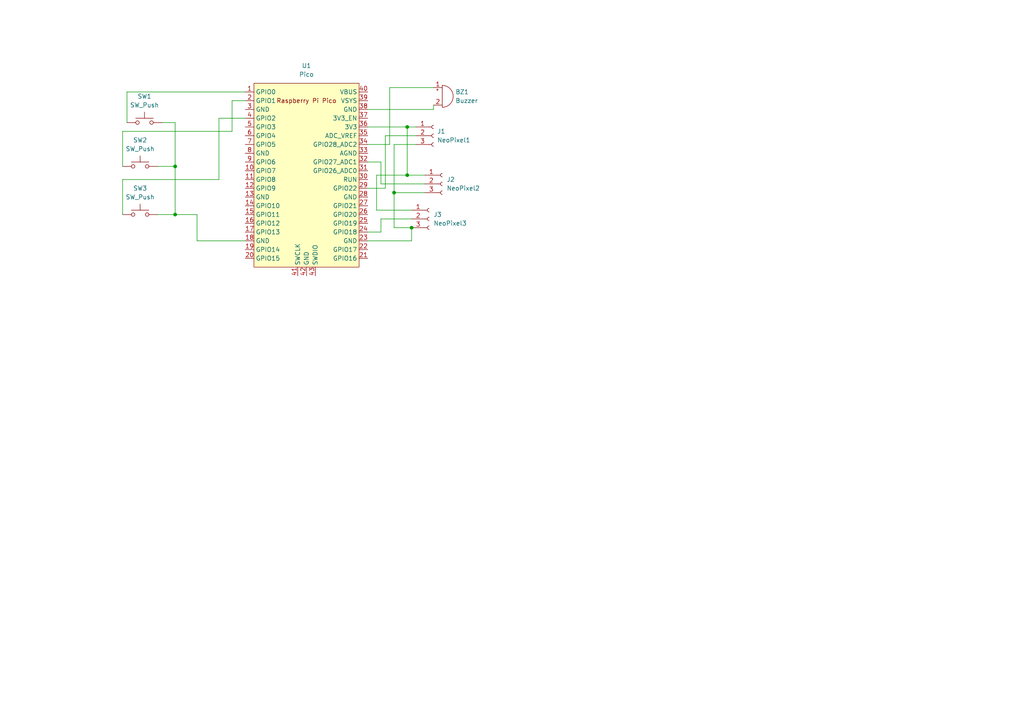
<source format=kicad_sch>
(kicad_sch (version 20211123) (generator eeschema)

  (uuid 7f6aa982-a394-4648-9bd5-ca41939a0814)

  (paper "A4")

  (lib_symbols
    (symbol "Connector:Conn_01x03_Female" (pin_names (offset 1.016) hide) (in_bom yes) (on_board yes)
      (property "Reference" "J" (id 0) (at 0 5.08 0)
        (effects (font (size 1.27 1.27)))
      )
      (property "Value" "Conn_01x03_Female" (id 1) (at 0 -5.08 0)
        (effects (font (size 1.27 1.27)))
      )
      (property "Footprint" "" (id 2) (at 0 0 0)
        (effects (font (size 1.27 1.27)) hide)
      )
      (property "Datasheet" "~" (id 3) (at 0 0 0)
        (effects (font (size 1.27 1.27)) hide)
      )
      (property "ki_keywords" "connector" (id 4) (at 0 0 0)
        (effects (font (size 1.27 1.27)) hide)
      )
      (property "ki_description" "Generic connector, single row, 01x03, script generated (kicad-library-utils/schlib/autogen/connector/)" (id 5) (at 0 0 0)
        (effects (font (size 1.27 1.27)) hide)
      )
      (property "ki_fp_filters" "Connector*:*_1x??_*" (id 6) (at 0 0 0)
        (effects (font (size 1.27 1.27)) hide)
      )
      (symbol "Conn_01x03_Female_1_1"
        (arc (start 0 -2.032) (mid -0.508 -2.54) (end 0 -3.048)
          (stroke (width 0.1524) (type default) (color 0 0 0 0))
          (fill (type none))
        )
        (polyline
          (pts
            (xy -1.27 -2.54)
            (xy -0.508 -2.54)
          )
          (stroke (width 0.1524) (type default) (color 0 0 0 0))
          (fill (type none))
        )
        (polyline
          (pts
            (xy -1.27 0)
            (xy -0.508 0)
          )
          (stroke (width 0.1524) (type default) (color 0 0 0 0))
          (fill (type none))
        )
        (polyline
          (pts
            (xy -1.27 2.54)
            (xy -0.508 2.54)
          )
          (stroke (width 0.1524) (type default) (color 0 0 0 0))
          (fill (type none))
        )
        (arc (start 0 0.508) (mid -0.508 0) (end 0 -0.508)
          (stroke (width 0.1524) (type default) (color 0 0 0 0))
          (fill (type none))
        )
        (arc (start 0 3.048) (mid -0.508 2.54) (end 0 2.032)
          (stroke (width 0.1524) (type default) (color 0 0 0 0))
          (fill (type none))
        )
        (pin passive line (at -5.08 2.54 0) (length 3.81)
          (name "Pin_1" (effects (font (size 1.27 1.27))))
          (number "1" (effects (font (size 1.27 1.27))))
        )
        (pin passive line (at -5.08 0 0) (length 3.81)
          (name "Pin_2" (effects (font (size 1.27 1.27))))
          (number "2" (effects (font (size 1.27 1.27))))
        )
        (pin passive line (at -5.08 -2.54 0) (length 3.81)
          (name "Pin_3" (effects (font (size 1.27 1.27))))
          (number "3" (effects (font (size 1.27 1.27))))
        )
      )
    )
    (symbol "Device:Buzzer" (pin_names (offset 0.0254) hide) (in_bom yes) (on_board yes)
      (property "Reference" "BZ" (id 0) (at 3.81 1.27 0)
        (effects (font (size 1.27 1.27)) (justify left))
      )
      (property "Value" "Buzzer" (id 1) (at 3.81 -1.27 0)
        (effects (font (size 1.27 1.27)) (justify left))
      )
      (property "Footprint" "" (id 2) (at -0.635 2.54 90)
        (effects (font (size 1.27 1.27)) hide)
      )
      (property "Datasheet" "~" (id 3) (at -0.635 2.54 90)
        (effects (font (size 1.27 1.27)) hide)
      )
      (property "ki_keywords" "quartz resonator ceramic" (id 4) (at 0 0 0)
        (effects (font (size 1.27 1.27)) hide)
      )
      (property "ki_description" "Buzzer, polarized" (id 5) (at 0 0 0)
        (effects (font (size 1.27 1.27)) hide)
      )
      (property "ki_fp_filters" "*Buzzer*" (id 6) (at 0 0 0)
        (effects (font (size 1.27 1.27)) hide)
      )
      (symbol "Buzzer_0_1"
        (arc (start 0 -3.175) (mid 3.175 0) (end 0 3.175)
          (stroke (width 0) (type default) (color 0 0 0 0))
          (fill (type none))
        )
        (polyline
          (pts
            (xy -1.651 1.905)
            (xy -1.143 1.905)
          )
          (stroke (width 0) (type default) (color 0 0 0 0))
          (fill (type none))
        )
        (polyline
          (pts
            (xy -1.397 2.159)
            (xy -1.397 1.651)
          )
          (stroke (width 0) (type default) (color 0 0 0 0))
          (fill (type none))
        )
        (polyline
          (pts
            (xy 0 3.175)
            (xy 0 -3.175)
          )
          (stroke (width 0) (type default) (color 0 0 0 0))
          (fill (type none))
        )
      )
      (symbol "Buzzer_1_1"
        (pin passive line (at -2.54 2.54 0) (length 2.54)
          (name "-" (effects (font (size 1.27 1.27))))
          (number "1" (effects (font (size 1.27 1.27))))
        )
        (pin passive line (at -2.54 -2.54 0) (length 2.54)
          (name "+" (effects (font (size 1.27 1.27))))
          (number "2" (effects (font (size 1.27 1.27))))
        )
      )
    )
    (symbol "MCU_RaspberryPi_and_Boards:Pico" (in_bom yes) (on_board yes)
      (property "Reference" "U" (id 0) (at -13.97 27.94 0)
        (effects (font (size 1.27 1.27)))
      )
      (property "Value" "Pico" (id 1) (at 0 19.05 0)
        (effects (font (size 1.27 1.27)))
      )
      (property "Footprint" "RPi_Pico:RPi_Pico_SMD_TH" (id 2) (at 0 0 90)
        (effects (font (size 1.27 1.27)) hide)
      )
      (property "Datasheet" "" (id 3) (at 0 0 0)
        (effects (font (size 1.27 1.27)) hide)
      )
      (symbol "Pico_0_0"
        (text "Raspberry Pi Pico" (at 0 21.59 0)
          (effects (font (size 1.27 1.27)))
        )
      )
      (symbol "Pico_0_1"
        (rectangle (start -15.24 26.67) (end 15.24 -26.67)
          (stroke (width 0) (type default) (color 0 0 0 0))
          (fill (type background))
        )
      )
      (symbol "Pico_1_1"
        (pin bidirectional line (at -17.78 24.13 0) (length 2.54)
          (name "GPIO0" (effects (font (size 1.27 1.27))))
          (number "1" (effects (font (size 1.27 1.27))))
        )
        (pin bidirectional line (at -17.78 1.27 0) (length 2.54)
          (name "GPIO7" (effects (font (size 1.27 1.27))))
          (number "10" (effects (font (size 1.27 1.27))))
        )
        (pin bidirectional line (at -17.78 -1.27 0) (length 2.54)
          (name "GPIO8" (effects (font (size 1.27 1.27))))
          (number "11" (effects (font (size 1.27 1.27))))
        )
        (pin bidirectional line (at -17.78 -3.81 0) (length 2.54)
          (name "GPIO9" (effects (font (size 1.27 1.27))))
          (number "12" (effects (font (size 1.27 1.27))))
        )
        (pin power_in line (at -17.78 -6.35 0) (length 2.54)
          (name "GND" (effects (font (size 1.27 1.27))))
          (number "13" (effects (font (size 1.27 1.27))))
        )
        (pin bidirectional line (at -17.78 -8.89 0) (length 2.54)
          (name "GPIO10" (effects (font (size 1.27 1.27))))
          (number "14" (effects (font (size 1.27 1.27))))
        )
        (pin bidirectional line (at -17.78 -11.43 0) (length 2.54)
          (name "GPIO11" (effects (font (size 1.27 1.27))))
          (number "15" (effects (font (size 1.27 1.27))))
        )
        (pin bidirectional line (at -17.78 -13.97 0) (length 2.54)
          (name "GPIO12" (effects (font (size 1.27 1.27))))
          (number "16" (effects (font (size 1.27 1.27))))
        )
        (pin bidirectional line (at -17.78 -16.51 0) (length 2.54)
          (name "GPIO13" (effects (font (size 1.27 1.27))))
          (number "17" (effects (font (size 1.27 1.27))))
        )
        (pin power_in line (at -17.78 -19.05 0) (length 2.54)
          (name "GND" (effects (font (size 1.27 1.27))))
          (number "18" (effects (font (size 1.27 1.27))))
        )
        (pin bidirectional line (at -17.78 -21.59 0) (length 2.54)
          (name "GPIO14" (effects (font (size 1.27 1.27))))
          (number "19" (effects (font (size 1.27 1.27))))
        )
        (pin bidirectional line (at -17.78 21.59 0) (length 2.54)
          (name "GPIO1" (effects (font (size 1.27 1.27))))
          (number "2" (effects (font (size 1.27 1.27))))
        )
        (pin bidirectional line (at -17.78 -24.13 0) (length 2.54)
          (name "GPIO15" (effects (font (size 1.27 1.27))))
          (number "20" (effects (font (size 1.27 1.27))))
        )
        (pin bidirectional line (at 17.78 -24.13 180) (length 2.54)
          (name "GPIO16" (effects (font (size 1.27 1.27))))
          (number "21" (effects (font (size 1.27 1.27))))
        )
        (pin bidirectional line (at 17.78 -21.59 180) (length 2.54)
          (name "GPIO17" (effects (font (size 1.27 1.27))))
          (number "22" (effects (font (size 1.27 1.27))))
        )
        (pin power_in line (at 17.78 -19.05 180) (length 2.54)
          (name "GND" (effects (font (size 1.27 1.27))))
          (number "23" (effects (font (size 1.27 1.27))))
        )
        (pin bidirectional line (at 17.78 -16.51 180) (length 2.54)
          (name "GPIO18" (effects (font (size 1.27 1.27))))
          (number "24" (effects (font (size 1.27 1.27))))
        )
        (pin bidirectional line (at 17.78 -13.97 180) (length 2.54)
          (name "GPIO19" (effects (font (size 1.27 1.27))))
          (number "25" (effects (font (size 1.27 1.27))))
        )
        (pin bidirectional line (at 17.78 -11.43 180) (length 2.54)
          (name "GPIO20" (effects (font (size 1.27 1.27))))
          (number "26" (effects (font (size 1.27 1.27))))
        )
        (pin bidirectional line (at 17.78 -8.89 180) (length 2.54)
          (name "GPIO21" (effects (font (size 1.27 1.27))))
          (number "27" (effects (font (size 1.27 1.27))))
        )
        (pin power_in line (at 17.78 -6.35 180) (length 2.54)
          (name "GND" (effects (font (size 1.27 1.27))))
          (number "28" (effects (font (size 1.27 1.27))))
        )
        (pin bidirectional line (at 17.78 -3.81 180) (length 2.54)
          (name "GPIO22" (effects (font (size 1.27 1.27))))
          (number "29" (effects (font (size 1.27 1.27))))
        )
        (pin power_in line (at -17.78 19.05 0) (length 2.54)
          (name "GND" (effects (font (size 1.27 1.27))))
          (number "3" (effects (font (size 1.27 1.27))))
        )
        (pin input line (at 17.78 -1.27 180) (length 2.54)
          (name "RUN" (effects (font (size 1.27 1.27))))
          (number "30" (effects (font (size 1.27 1.27))))
        )
        (pin bidirectional line (at 17.78 1.27 180) (length 2.54)
          (name "GPIO26_ADC0" (effects (font (size 1.27 1.27))))
          (number "31" (effects (font (size 1.27 1.27))))
        )
        (pin bidirectional line (at 17.78 3.81 180) (length 2.54)
          (name "GPIO27_ADC1" (effects (font (size 1.27 1.27))))
          (number "32" (effects (font (size 1.27 1.27))))
        )
        (pin power_in line (at 17.78 6.35 180) (length 2.54)
          (name "AGND" (effects (font (size 1.27 1.27))))
          (number "33" (effects (font (size 1.27 1.27))))
        )
        (pin bidirectional line (at 17.78 8.89 180) (length 2.54)
          (name "GPIO28_ADC2" (effects (font (size 1.27 1.27))))
          (number "34" (effects (font (size 1.27 1.27))))
        )
        (pin power_in line (at 17.78 11.43 180) (length 2.54)
          (name "ADC_VREF" (effects (font (size 1.27 1.27))))
          (number "35" (effects (font (size 1.27 1.27))))
        )
        (pin power_in line (at 17.78 13.97 180) (length 2.54)
          (name "3V3" (effects (font (size 1.27 1.27))))
          (number "36" (effects (font (size 1.27 1.27))))
        )
        (pin input line (at 17.78 16.51 180) (length 2.54)
          (name "3V3_EN" (effects (font (size 1.27 1.27))))
          (number "37" (effects (font (size 1.27 1.27))))
        )
        (pin bidirectional line (at 17.78 19.05 180) (length 2.54)
          (name "GND" (effects (font (size 1.27 1.27))))
          (number "38" (effects (font (size 1.27 1.27))))
        )
        (pin power_in line (at 17.78 21.59 180) (length 2.54)
          (name "VSYS" (effects (font (size 1.27 1.27))))
          (number "39" (effects (font (size 1.27 1.27))))
        )
        (pin bidirectional line (at -17.78 16.51 0) (length 2.54)
          (name "GPIO2" (effects (font (size 1.27 1.27))))
          (number "4" (effects (font (size 1.27 1.27))))
        )
        (pin power_in line (at 17.78 24.13 180) (length 2.54)
          (name "VBUS" (effects (font (size 1.27 1.27))))
          (number "40" (effects (font (size 1.27 1.27))))
        )
        (pin input line (at -2.54 -29.21 90) (length 2.54)
          (name "SWCLK" (effects (font (size 1.27 1.27))))
          (number "41" (effects (font (size 1.27 1.27))))
        )
        (pin power_in line (at 0 -29.21 90) (length 2.54)
          (name "GND" (effects (font (size 1.27 1.27))))
          (number "42" (effects (font (size 1.27 1.27))))
        )
        (pin bidirectional line (at 2.54 -29.21 90) (length 2.54)
          (name "SWDIO" (effects (font (size 1.27 1.27))))
          (number "43" (effects (font (size 1.27 1.27))))
        )
        (pin bidirectional line (at -17.78 13.97 0) (length 2.54)
          (name "GPIO3" (effects (font (size 1.27 1.27))))
          (number "5" (effects (font (size 1.27 1.27))))
        )
        (pin bidirectional line (at -17.78 11.43 0) (length 2.54)
          (name "GPIO4" (effects (font (size 1.27 1.27))))
          (number "6" (effects (font (size 1.27 1.27))))
        )
        (pin bidirectional line (at -17.78 8.89 0) (length 2.54)
          (name "GPIO5" (effects (font (size 1.27 1.27))))
          (number "7" (effects (font (size 1.27 1.27))))
        )
        (pin power_in line (at -17.78 6.35 0) (length 2.54)
          (name "GND" (effects (font (size 1.27 1.27))))
          (number "8" (effects (font (size 1.27 1.27))))
        )
        (pin bidirectional line (at -17.78 3.81 0) (length 2.54)
          (name "GPIO6" (effects (font (size 1.27 1.27))))
          (number "9" (effects (font (size 1.27 1.27))))
        )
      )
    )
    (symbol "Switch:SW_Push" (pin_numbers hide) (pin_names (offset 1.016) hide) (in_bom yes) (on_board yes)
      (property "Reference" "SW" (id 0) (at 1.27 2.54 0)
        (effects (font (size 1.27 1.27)) (justify left))
      )
      (property "Value" "SW_Push" (id 1) (at 0 -1.524 0)
        (effects (font (size 1.27 1.27)))
      )
      (property "Footprint" "" (id 2) (at 0 5.08 0)
        (effects (font (size 1.27 1.27)) hide)
      )
      (property "Datasheet" "~" (id 3) (at 0 5.08 0)
        (effects (font (size 1.27 1.27)) hide)
      )
      (property "ki_keywords" "switch normally-open pushbutton push-button" (id 4) (at 0 0 0)
        (effects (font (size 1.27 1.27)) hide)
      )
      (property "ki_description" "Push button switch, generic, two pins" (id 5) (at 0 0 0)
        (effects (font (size 1.27 1.27)) hide)
      )
      (symbol "SW_Push_0_1"
        (circle (center -2.032 0) (radius 0.508)
          (stroke (width 0) (type default) (color 0 0 0 0))
          (fill (type none))
        )
        (polyline
          (pts
            (xy 0 1.27)
            (xy 0 3.048)
          )
          (stroke (width 0) (type default) (color 0 0 0 0))
          (fill (type none))
        )
        (polyline
          (pts
            (xy 2.54 1.27)
            (xy -2.54 1.27)
          )
          (stroke (width 0) (type default) (color 0 0 0 0))
          (fill (type none))
        )
        (circle (center 2.032 0) (radius 0.508)
          (stroke (width 0) (type default) (color 0 0 0 0))
          (fill (type none))
        )
        (pin passive line (at -5.08 0 0) (length 2.54)
          (name "1" (effects (font (size 1.27 1.27))))
          (number "1" (effects (font (size 1.27 1.27))))
        )
        (pin passive line (at 5.08 0 180) (length 2.54)
          (name "2" (effects (font (size 1.27 1.27))))
          (number "2" (effects (font (size 1.27 1.27))))
        )
      )
    )
  )

  (junction (at 50.8 48.26) (diameter 0) (color 0 0 0 0)
    (uuid 2d3a6478-9472-4357-bc79-eb5bb19f2dfd)
  )
  (junction (at 118.11 36.83) (diameter 0) (color 0 0 0 0)
    (uuid 309e3570-e387-4590-b0df-2c813706524f)
  )
  (junction (at 50.8 62.23) (diameter 0) (color 0 0 0 0)
    (uuid 3d2ee6d5-a21f-4ae0-826e-e2c5e3637974)
  )
  (junction (at 118.11 50.8) (diameter 0) (color 0 0 0 0)
    (uuid 96acf5b8-a77b-495d-a233-c2ef4f42888d)
  )
  (junction (at 119.38 66.04) (diameter 0) (color 0 0 0 0)
    (uuid b2fe3a5b-062a-44a6-987a-c7e2545bbce5)
  )
  (junction (at 114.3 55.88) (diameter 0) (color 0 0 0 0)
    (uuid f6eaf55b-6fd2-411d-8a42-31d2d2ae3173)
  )

  (wire (pts (xy 35.56 38.1) (xy 35.56 48.26))
    (stroke (width 0) (type default) (color 0 0 0 0))
    (uuid 021f58a4-1e59-43a4-b73d-25fa010842a3)
  )
  (wire (pts (xy 119.38 66.04) (xy 114.3 66.04))
    (stroke (width 0) (type default) (color 0 0 0 0))
    (uuid 025f2486-ca3d-4af9-8d6e-9483edbc32a9)
  )
  (wire (pts (xy 114.3 66.04) (xy 114.3 55.88))
    (stroke (width 0) (type default) (color 0 0 0 0))
    (uuid 05b81050-9ce1-4fec-af13-d847d4d223c7)
  )
  (wire (pts (xy 106.68 41.91) (xy 113.03 41.91))
    (stroke (width 0) (type default) (color 0 0 0 0))
    (uuid 0f76515d-192f-46c1-b9c0-331dc1c15c65)
  )
  (wire (pts (xy 113.03 25.4) (xy 125.73 25.4))
    (stroke (width 0) (type default) (color 0 0 0 0))
    (uuid 135b60d4-40a6-4047-b757-6285120f64b9)
  )
  (wire (pts (xy 71.12 26.67) (xy 36.83 26.67))
    (stroke (width 0) (type default) (color 0 0 0 0))
    (uuid 1962f1a2-eacb-4aef-83b4-0f020faa0ee2)
  )
  (wire (pts (xy 110.49 46.99) (xy 110.49 53.34))
    (stroke (width 0) (type default) (color 0 0 0 0))
    (uuid 19b5ebd1-769c-42bd-b6f5-28c9cbe1afd1)
  )
  (wire (pts (xy 50.8 35.56) (xy 50.8 48.26))
    (stroke (width 0) (type default) (color 0 0 0 0))
    (uuid 29fc2c73-e5ee-4bdd-b3b9-02af7c67f4fb)
  )
  (wire (pts (xy 113.03 25.4) (xy 113.03 41.91))
    (stroke (width 0) (type default) (color 0 0 0 0))
    (uuid 2b644e6b-2241-421e-a40d-c75c6b9a64ff)
  )
  (wire (pts (xy 106.68 46.99) (xy 110.49 46.99))
    (stroke (width 0) (type default) (color 0 0 0 0))
    (uuid 2be69871-09bf-4399-a703-56f9b70a2b1b)
  )
  (wire (pts (xy 119.38 69.85) (xy 119.38 66.04))
    (stroke (width 0) (type default) (color 0 0 0 0))
    (uuid 2bf04977-c193-449f-9525-5a2cc6a849e5)
  )
  (wire (pts (xy 110.49 53.34) (xy 123.19 53.34))
    (stroke (width 0) (type default) (color 0 0 0 0))
    (uuid 3abb67fc-2fe5-4fea-838f-d8840ded8c2b)
  )
  (wire (pts (xy 106.68 69.85) (xy 119.38 69.85))
    (stroke (width 0) (type default) (color 0 0 0 0))
    (uuid 3fdcb1dd-0668-4c60-913c-b1654c6e121d)
  )
  (wire (pts (xy 106.68 36.83) (xy 118.11 36.83))
    (stroke (width 0) (type default) (color 0 0 0 0))
    (uuid 41779723-59dd-46c7-84a9-d66f7c494e30)
  )
  (wire (pts (xy 118.11 36.83) (xy 120.65 36.83))
    (stroke (width 0) (type default) (color 0 0 0 0))
    (uuid 4a326aa5-3d95-44ec-8a28-4ec815bad095)
  )
  (wire (pts (xy 63.5 52.07) (xy 35.56 52.07))
    (stroke (width 0) (type default) (color 0 0 0 0))
    (uuid 516e9e04-0e39-46a3-9737-840f0e9df40c)
  )
  (wire (pts (xy 114.3 55.88) (xy 114.3 41.91))
    (stroke (width 0) (type default) (color 0 0 0 0))
    (uuid 538d347a-1f63-49fb-8d6e-bbb32c6092b4)
  )
  (wire (pts (xy 118.11 36.83) (xy 118.11 50.8))
    (stroke (width 0) (type default) (color 0 0 0 0))
    (uuid 5957b68b-c0a0-4db4-b9f9-9dae5df1f338)
  )
  (wire (pts (xy 36.83 26.67) (xy 36.83 35.56))
    (stroke (width 0) (type default) (color 0 0 0 0))
    (uuid 63c98ed9-caf3-41a9-998f-e26095e934f6)
  )
  (wire (pts (xy 109.22 50.8) (xy 118.11 50.8))
    (stroke (width 0) (type default) (color 0 0 0 0))
    (uuid 68296aef-636a-4d69-8299-37ae5a082215)
  )
  (wire (pts (xy 50.8 48.26) (xy 45.72 48.26))
    (stroke (width 0) (type default) (color 0 0 0 0))
    (uuid 6a6429fe-5989-410d-bdc2-f7838f18616a)
  )
  (wire (pts (xy 50.8 48.26) (xy 50.8 62.23))
    (stroke (width 0) (type default) (color 0 0 0 0))
    (uuid 6c3872a2-7dd1-49dc-ad86-3a8bc25de638)
  )
  (wire (pts (xy 110.49 67.31) (xy 110.49 63.5))
    (stroke (width 0) (type default) (color 0 0 0 0))
    (uuid 6f21242f-d7d6-48cc-82e1-ee5f5b459b56)
  )
  (wire (pts (xy 67.31 29.21) (xy 67.31 38.1))
    (stroke (width 0) (type default) (color 0 0 0 0))
    (uuid 72f628dc-6b75-452d-a0ed-e715d0cc563b)
  )
  (wire (pts (xy 109.22 50.8) (xy 109.22 60.96))
    (stroke (width 0) (type default) (color 0 0 0 0))
    (uuid 774250d1-8bc3-4bd4-8149-ebf2122a91cf)
  )
  (wire (pts (xy 71.12 29.21) (xy 67.31 29.21))
    (stroke (width 0) (type default) (color 0 0 0 0))
    (uuid 810bbf2a-2a88-43cd-9b28-ae57fd2c994c)
  )
  (wire (pts (xy 50.8 62.23) (xy 57.15 62.23))
    (stroke (width 0) (type default) (color 0 0 0 0))
    (uuid 8d55e2dc-39cc-4063-8b6a-50ddcfbf8026)
  )
  (wire (pts (xy 63.5 34.29) (xy 63.5 52.07))
    (stroke (width 0) (type default) (color 0 0 0 0))
    (uuid 93f2a253-dace-486d-977c-690de251ebaf)
  )
  (wire (pts (xy 109.22 60.96) (xy 119.38 60.96))
    (stroke (width 0) (type default) (color 0 0 0 0))
    (uuid 9644f9cb-bef3-4b4b-90cc-acf613990df8)
  )
  (wire (pts (xy 57.15 69.85) (xy 71.12 69.85))
    (stroke (width 0) (type default) (color 0 0 0 0))
    (uuid a523d4f7-44fe-44ed-8388-afff3e94b37e)
  )
  (wire (pts (xy 111.76 54.61) (xy 111.76 39.37))
    (stroke (width 0) (type default) (color 0 0 0 0))
    (uuid b650de62-50fc-4005-87a8-87520b9c00ad)
  )
  (wire (pts (xy 114.3 41.91) (xy 120.65 41.91))
    (stroke (width 0) (type default) (color 0 0 0 0))
    (uuid c676aa4b-1bfd-453d-a5f0-be9505142d92)
  )
  (wire (pts (xy 106.68 67.31) (xy 110.49 67.31))
    (stroke (width 0) (type default) (color 0 0 0 0))
    (uuid c9e23522-f3cc-4447-9601-27ecd60c848b)
  )
  (wire (pts (xy 71.12 34.29) (xy 63.5 34.29))
    (stroke (width 0) (type default) (color 0 0 0 0))
    (uuid d7278085-d42f-4694-9c81-09869dfc1e74)
  )
  (wire (pts (xy 57.15 62.23) (xy 57.15 69.85))
    (stroke (width 0) (type default) (color 0 0 0 0))
    (uuid dc4ccb6a-f4a0-42e3-9dc8-3141e5e0cb78)
  )
  (wire (pts (xy 110.49 63.5) (xy 119.38 63.5))
    (stroke (width 0) (type default) (color 0 0 0 0))
    (uuid dc93ec41-c319-485f-9b59-b32b97a96cc3)
  )
  (wire (pts (xy 46.99 35.56) (xy 50.8 35.56))
    (stroke (width 0) (type default) (color 0 0 0 0))
    (uuid dd52f0da-e3a9-4a35-aeb0-3912c0c810e7)
  )
  (wire (pts (xy 114.3 55.88) (xy 123.19 55.88))
    (stroke (width 0) (type default) (color 0 0 0 0))
    (uuid de0f9e3a-79d3-4b10-a5a6-ee872fdfea05)
  )
  (wire (pts (xy 118.11 50.8) (xy 123.19 50.8))
    (stroke (width 0) (type default) (color 0 0 0 0))
    (uuid e1dd7235-b7a2-4915-93eb-009eb10e5fad)
  )
  (wire (pts (xy 35.56 52.07) (xy 35.56 62.23))
    (stroke (width 0) (type default) (color 0 0 0 0))
    (uuid e5055807-97f2-4fee-ab10-b9b9b3bb7a62)
  )
  (wire (pts (xy 45.72 62.23) (xy 50.8 62.23))
    (stroke (width 0) (type default) (color 0 0 0 0))
    (uuid eb7785a6-f213-49d2-b4d0-072de87f842a)
  )
  (wire (pts (xy 111.76 39.37) (xy 120.65 39.37))
    (stroke (width 0) (type default) (color 0 0 0 0))
    (uuid ed8d0c92-86b4-410f-8ff7-695827f8d19a)
  )
  (wire (pts (xy 67.31 38.1) (xy 35.56 38.1))
    (stroke (width 0) (type default) (color 0 0 0 0))
    (uuid f23d6dcf-3dc3-42a8-bb05-d579cbe920e7)
  )
  (wire (pts (xy 125.73 31.75) (xy 106.68 31.75))
    (stroke (width 0) (type default) (color 0 0 0 0))
    (uuid f646fdec-7f65-4862-a18a-c3c21c7df883)
  )
  (wire (pts (xy 106.68 54.61) (xy 111.76 54.61))
    (stroke (width 0) (type default) (color 0 0 0 0))
    (uuid f7deefa4-0975-4f49-8041-dcaedb64ef3d)
  )
  (wire (pts (xy 125.73 30.48) (xy 125.73 31.75))
    (stroke (width 0) (type default) (color 0 0 0 0))
    (uuid fd436470-3eb3-4a72-937e-f6b9ffdfe281)
  )

  (symbol (lib_id "Switch:SW_Push") (at 41.91 35.56 0) (unit 1)
    (in_bom yes) (on_board yes) (fields_autoplaced)
    (uuid 05a8ae1d-6563-4430-8e21-b237cc4a4124)
    (property "Reference" "SW1" (id 0) (at 41.91 27.94 0))
    (property "Value" "SW_Push" (id 1) (at 41.91 30.48 0))
    (property "Footprint" "Button_Switch_THT:SW_PUSH_6mm_H13mm" (id 2) (at 41.91 30.48 0)
      (effects (font (size 1.27 1.27)) hide)
    )
    (property "Datasheet" "~" (id 3) (at 41.91 30.48 0)
      (effects (font (size 1.27 1.27)) hide)
    )
    (pin "1" (uuid 61e00146-7f48-4739-bd88-466864fa7d52))
    (pin "2" (uuid 4d80e90b-82f6-4d3d-9088-5ee16a54579c))
  )

  (symbol (lib_id "Device:Buzzer") (at 128.27 27.94 0) (unit 1)
    (in_bom yes) (on_board yes) (fields_autoplaced)
    (uuid 28da2759-3915-44e4-a9c2-fe02ba81e7d6)
    (property "Reference" "BZ1" (id 0) (at 132.08 26.6699 0)
      (effects (font (size 1.27 1.27)) (justify left))
    )
    (property "Value" "Buzzer" (id 1) (at 132.08 29.2099 0)
      (effects (font (size 1.27 1.27)) (justify left))
    )
    (property "Footprint" "Buzzer_Beeper:Buzzer_12x9.5RM7.6" (id 2) (at 127.635 25.4 90)
      (effects (font (size 1.27 1.27)) hide)
    )
    (property "Datasheet" "~" (id 3) (at 127.635 25.4 90)
      (effects (font (size 1.27 1.27)) hide)
    )
    (pin "1" (uuid 1cef1bfa-1160-4a99-ab48-66f0dedff731))
    (pin "2" (uuid 78fdac6b-4d91-4baa-8d96-9da0b2546703))
  )

  (symbol (lib_id "Connector:Conn_01x03_Female") (at 128.27 53.34 0) (unit 1)
    (in_bom yes) (on_board yes) (fields_autoplaced)
    (uuid 49da84d8-e54b-4401-86d3-2c5ebf59a318)
    (property "Reference" "J2" (id 0) (at 129.54 52.0699 0)
      (effects (font (size 1.27 1.27)) (justify left))
    )
    (property "Value" "NeoPixel2" (id 1) (at 129.54 54.6099 0)
      (effects (font (size 1.27 1.27)) (justify left))
    )
    (property "Footprint" "Connector_PinHeader_2.54mm:PinHeader_1x03_P2.54mm_Vertical" (id 2) (at 128.27 53.34 0)
      (effects (font (size 1.27 1.27)) hide)
    )
    (property "Datasheet" "~" (id 3) (at 128.27 53.34 0)
      (effects (font (size 1.27 1.27)) hide)
    )
    (pin "1" (uuid a41671c3-531a-4ab5-b241-fed2b0788eda))
    (pin "2" (uuid ffc2ff33-567b-4b7e-b829-284b35e623a0))
    (pin "3" (uuid f75b86d8-d011-43c9-a64f-8e35dfd57e34))
  )

  (symbol (lib_id "Connector:Conn_01x03_Female") (at 124.46 63.5 0) (unit 1)
    (in_bom yes) (on_board yes) (fields_autoplaced)
    (uuid 5641dae3-7459-4635-92fb-b02549cb961e)
    (property "Reference" "J3" (id 0) (at 125.73 62.2299 0)
      (effects (font (size 1.27 1.27)) (justify left))
    )
    (property "Value" "NeoPixel3" (id 1) (at 125.73 64.7699 0)
      (effects (font (size 1.27 1.27)) (justify left))
    )
    (property "Footprint" "Connector_PinHeader_2.54mm:PinHeader_1x03_P2.54mm_Vertical" (id 2) (at 124.46 63.5 0)
      (effects (font (size 1.27 1.27)) hide)
    )
    (property "Datasheet" "~" (id 3) (at 124.46 63.5 0)
      (effects (font (size 1.27 1.27)) hide)
    )
    (pin "1" (uuid 77331e36-aec1-4e70-b7f7-26e6d959b6b1))
    (pin "2" (uuid b7d58ad4-6429-4d09-ae9b-c23bafd140da))
    (pin "3" (uuid f7d44837-f5e0-422b-8f91-f1c88d455ede))
  )

  (symbol (lib_id "MCU_RaspberryPi_and_Boards:Pico") (at 88.9 50.8 0) (unit 1)
    (in_bom yes) (on_board yes) (fields_autoplaced)
    (uuid 5eb79925-847a-4165-b15c-e6ee09daa515)
    (property "Reference" "U1" (id 0) (at 88.9 19.05 0))
    (property "Value" "Pico" (id 1) (at 88.9 21.59 0))
    (property "Footprint" "MCU_RaspberryPi_and_Boards:RPi_Pico_SMD_TH" (id 2) (at 88.9 50.8 90)
      (effects (font (size 1.27 1.27)) hide)
    )
    (property "Datasheet" "" (id 3) (at 88.9 50.8 0)
      (effects (font (size 1.27 1.27)) hide)
    )
    (pin "1" (uuid 24f19268-65b6-44e4-9811-b8b23684fd81))
    (pin "10" (uuid 9b329668-2868-46d7-816a-777c44832ebb))
    (pin "11" (uuid 34267ea9-e54c-4016-82d2-1b8e225580ea))
    (pin "12" (uuid 08a2a1e1-d568-4301-ac7c-cc1daad79af6))
    (pin "13" (uuid 146bd478-b2dc-4e98-baf2-3135acc63d45))
    (pin "14" (uuid c023eb86-b505-4fc9-8b75-eb78e51fae48))
    (pin "15" (uuid c61b0efc-f87e-4dcf-9296-4d0449f3153b))
    (pin "16" (uuid 0ebb8d5b-2a5a-4456-a511-1be8d081b52e))
    (pin "17" (uuid 934eab95-3cff-4311-86a9-fe817f539f6e))
    (pin "18" (uuid 1fe97eee-cc09-41a2-94c0-7dde24be5482))
    (pin "19" (uuid d197f5a4-0cb5-434f-94c6-85338977aab7))
    (pin "2" (uuid db3c6005-3860-4406-bb79-1140fba9b913))
    (pin "20" (uuid e1eb33e1-09ea-4788-9210-e76392be43e3))
    (pin "21" (uuid d3948cfc-5c0b-464b-b598-f81feb8d5cff))
    (pin "22" (uuid 7cb04bc0-9af0-4317-a0a2-380f2636dacf))
    (pin "23" (uuid 4deebfe4-80bd-4139-93ad-310738295f7f))
    (pin "24" (uuid 0fcb9bd9-a7ee-4902-9b1d-3adefcfdfd49))
    (pin "25" (uuid eec158a2-5f91-458e-bfa5-b05ff300b4fe))
    (pin "26" (uuid 31d20773-61af-4855-9c65-b997140377ce))
    (pin "27" (uuid 63beed09-c05b-41ae-a839-39694233697a))
    (pin "28" (uuid a53410d9-5371-4abd-9f61-f19ec6a62195))
    (pin "29" (uuid 4847afb5-6a72-4a91-b1bc-b6083625c0c7))
    (pin "3" (uuid e5e507b2-7e93-4d7b-ac2b-8ac654520aed))
    (pin "30" (uuid c61556ad-bfce-4fc3-be50-55a2f4ac64cd))
    (pin "31" (uuid a38246b4-5af7-442e-bb1e-41d7460614d9))
    (pin "32" (uuid b0aa7e95-e1a2-45b9-928f-a3a981e28eff))
    (pin "33" (uuid c24e7624-b73f-40ec-8463-8ade966aef03))
    (pin "34" (uuid a37912fe-af57-4ff7-b86d-32dca3f6ebb0))
    (pin "35" (uuid 248853eb-4205-4acd-8ccb-38529a6c3f43))
    (pin "36" (uuid ab037fdb-e02e-47b0-a222-7fde085781a5))
    (pin "37" (uuid 2c2a5bdb-e736-48ef-bcc0-6748117847c1))
    (pin "38" (uuid 225d77ba-b02b-4db2-ae1f-43eb8caaff01))
    (pin "39" (uuid b7e14193-6f3e-4b91-8c62-e5c24eb874f7))
    (pin "4" (uuid ac9bc4d5-e6b6-44e7-8d87-cbe22143b145))
    (pin "40" (uuid 82d843f9-cb49-4837-80d4-4955b07c09be))
    (pin "41" (uuid 3dbdc650-e3fe-447a-88f7-c0b3e80d33f2))
    (pin "42" (uuid 065d6cf9-0faa-494b-8e5d-f925e92cac3e))
    (pin "43" (uuid 0000edc0-320d-4649-8669-cdb8bb14c2f3))
    (pin "5" (uuid 429d00dd-f82c-4ec6-8d8f-dd42967adc19))
    (pin "6" (uuid d5436d33-19f7-4c3a-b911-7c8107a297f1))
    (pin "7" (uuid a6f1497d-f277-4867-8f79-10224d4c1354))
    (pin "8" (uuid dac02ac3-b0bf-4e3e-a7e9-58a74eb64b59))
    (pin "9" (uuid f7c24393-80d3-4c07-a11c-6637512bc508))
  )

  (symbol (lib_id "Connector:Conn_01x03_Female") (at 125.73 39.37 0) (unit 1)
    (in_bom yes) (on_board yes) (fields_autoplaced)
    (uuid 65781cb8-cff2-44a8-a848-8e9d43ad1603)
    (property "Reference" "J1" (id 0) (at 126.7889 38.0999 0)
      (effects (font (size 1.27 1.27)) (justify left))
    )
    (property "Value" "NeoPixel1" (id 1) (at 126.7889 40.6399 0)
      (effects (font (size 1.27 1.27)) (justify left))
    )
    (property "Footprint" "Connector_PinHeader_2.54mm:PinHeader_1x03_P2.54mm_Vertical" (id 2) (at 125.73 39.37 0)
      (effects (font (size 1.27 1.27)) hide)
    )
    (property "Datasheet" "~" (id 3) (at 125.73 39.37 0)
      (effects (font (size 1.27 1.27)) hide)
    )
    (pin "1" (uuid 958bf728-45dd-4af7-b129-11670c9a8e45))
    (pin "2" (uuid 94a7a6fd-6fb9-40ea-b7bc-34c1c11c7dd9))
    (pin "3" (uuid 28c9883b-1690-407a-b314-e515f51a10c9))
  )

  (symbol (lib_id "Switch:SW_Push") (at 40.64 48.26 0) (unit 1)
    (in_bom yes) (on_board yes) (fields_autoplaced)
    (uuid 97450dfb-827e-4107-8540-836647626ce5)
    (property "Reference" "SW2" (id 0) (at 40.64 40.64 0))
    (property "Value" "SW_Push" (id 1) (at 40.64 43.18 0))
    (property "Footprint" "Button_Switch_THT:SW_PUSH_6mm_H13mm" (id 2) (at 40.64 43.18 0)
      (effects (font (size 1.27 1.27)) hide)
    )
    (property "Datasheet" "~" (id 3) (at 40.64 43.18 0)
      (effects (font (size 1.27 1.27)) hide)
    )
    (pin "1" (uuid f33d5d78-fb9c-4d03-afdb-a4f47249dd17))
    (pin "2" (uuid e9c07e38-f809-4c96-82e2-889648100f06))
  )

  (symbol (lib_id "Switch:SW_Push") (at 40.64 62.23 0) (unit 1)
    (in_bom yes) (on_board yes) (fields_autoplaced)
    (uuid e2141dab-6be7-499f-a96f-d03ffadb8815)
    (property "Reference" "SW3" (id 0) (at 40.64 54.61 0))
    (property "Value" "SW_Push" (id 1) (at 40.64 57.15 0))
    (property "Footprint" "Button_Switch_THT:SW_PUSH_6mm_H13mm" (id 2) (at 40.64 57.15 0)
      (effects (font (size 1.27 1.27)) hide)
    )
    (property "Datasheet" "~" (id 3) (at 40.64 57.15 0)
      (effects (font (size 1.27 1.27)) hide)
    )
    (pin "1" (uuid 2cc819fb-44b9-4a8a-8a95-d56e23dc1fd2))
    (pin "2" (uuid 8438f423-0559-4d6e-a21e-1825d6873dc9))
  )

  (sheet_instances
    (path "/" (page "1"))
  )

  (symbol_instances
    (path "/28da2759-3915-44e4-a9c2-fe02ba81e7d6"
      (reference "BZ1") (unit 1) (value "Buzzer") (footprint "Buzzer_Beeper:Buzzer_12x9.5RM7.6")
    )
    (path "/65781cb8-cff2-44a8-a848-8e9d43ad1603"
      (reference "J1") (unit 1) (value "NeoPixel1") (footprint "Connector_PinHeader_2.54mm:PinHeader_1x03_P2.54mm_Vertical")
    )
    (path "/49da84d8-e54b-4401-86d3-2c5ebf59a318"
      (reference "J2") (unit 1) (value "NeoPixel2") (footprint "Connector_PinHeader_2.54mm:PinHeader_1x03_P2.54mm_Vertical")
    )
    (path "/5641dae3-7459-4635-92fb-b02549cb961e"
      (reference "J3") (unit 1) (value "NeoPixel3") (footprint "Connector_PinHeader_2.54mm:PinHeader_1x03_P2.54mm_Vertical")
    )
    (path "/05a8ae1d-6563-4430-8e21-b237cc4a4124"
      (reference "SW1") (unit 1) (value "SW_Push") (footprint "Button_Switch_THT:SW_PUSH_6mm_H13mm")
    )
    (path "/97450dfb-827e-4107-8540-836647626ce5"
      (reference "SW2") (unit 1) (value "SW_Push") (footprint "Button_Switch_THT:SW_PUSH_6mm_H13mm")
    )
    (path "/e2141dab-6be7-499f-a96f-d03ffadb8815"
      (reference "SW3") (unit 1) (value "SW_Push") (footprint "Button_Switch_THT:SW_PUSH_6mm_H13mm")
    )
    (path "/5eb79925-847a-4165-b15c-e6ee09daa515"
      (reference "U1") (unit 1) (value "Pico") (footprint "MCU_RaspberryPi_and_Boards:RPi_Pico_SMD_TH")
    )
  )
)

</source>
